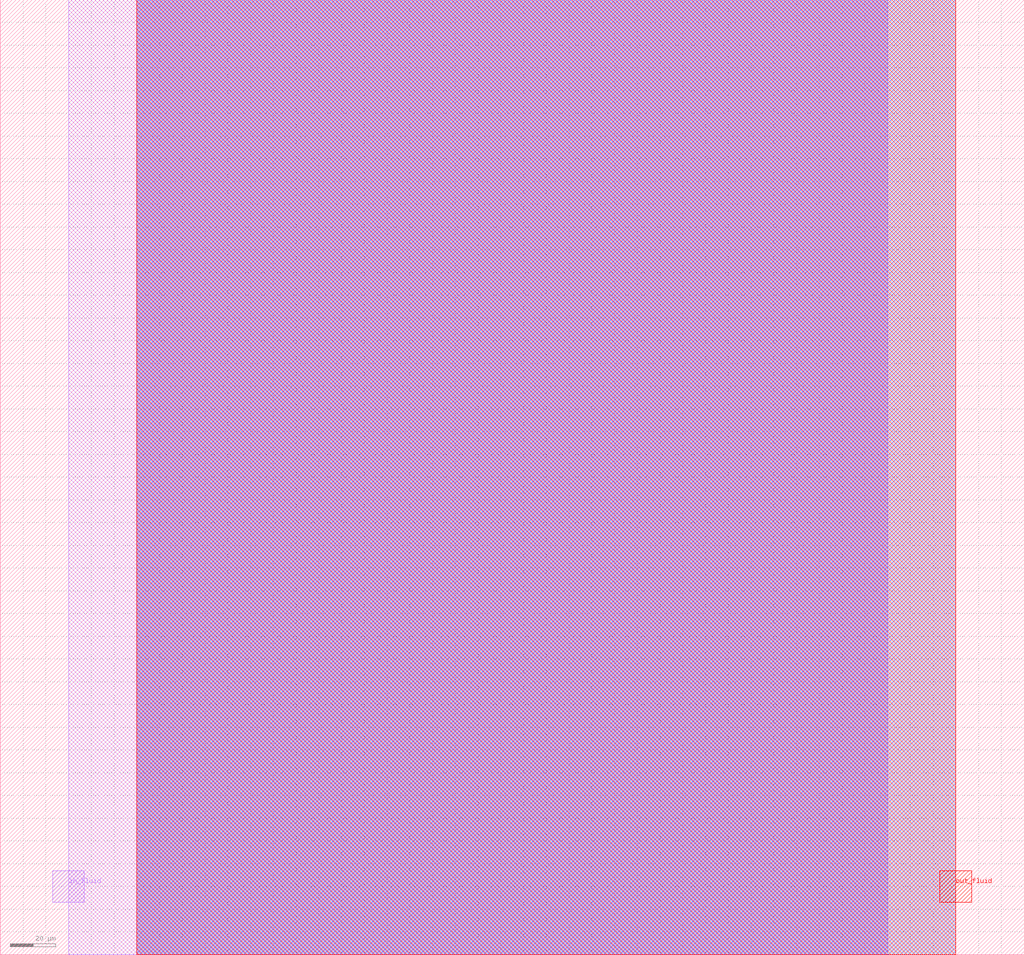
<source format=lef>
 
MACRO serpentine_300px_4
  CLASS CORE ;
  ORIGIN  0 0 ;
  FOREIGN serpentine_300px_0 0 0 ;
  SIZE 450 BY 420 ;
  SYMMETRY X Y ;
  SITE CoreSite ;
  PIN in_fluid
    DIRECTION INPUT ;
    USE SIGNAL ;
    PORT
      LAYER met2 ;
        RECT 23 23 37 37 ;
    END
  END in_fluid
  PIN out_fluid
    DIRECTION OUTPUT ;
    USE SIGNAL ;
    PORT
      LAYER met6 ;
        RECT 413 23 427 37 ;
    END
  END out_fluid
  OBS
    LAYER met2 ;
      RECT 30 0 390 420 ;
    LAYER met3 ;
      RECT 60 0 390 420 ;
    LAYER met4 ;
      RECT 60 0 420 420 ;
    LAYER met5 ;
      RECT 60 0 420 420 ;
    LAYER met6 ;
      RECT 60 0 420 420 ;
  END
  PROPERTY CatenaDesignType "deviceLevel" ;
END serpentine_300px_4

</source>
